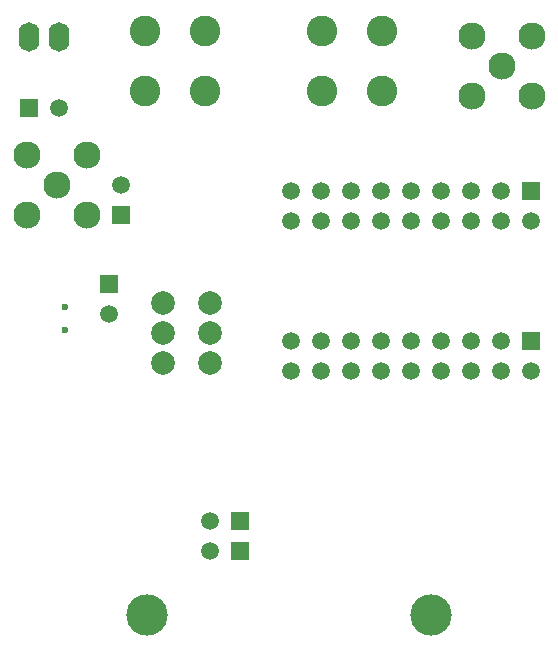
<source format=gbs>
G04*
G04 #@! TF.GenerationSoftware,Altium Limited,Altium Designer,25.0.2 (28)*
G04*
G04 Layer_Color=16711935*
%FSLAX44Y44*%
%MOMM*%
G71*
G04*
G04 #@! TF.SameCoordinates,9294F1C2-9D63-464E-A418-A043A43F256C*
G04*
G04*
G04 #@! TF.FilePolarity,Negative*
G04*
G01*
G75*
%ADD22C,3.5000*%
%ADD23C,2.6000*%
%ADD24C,2.3000*%
%ADD25C,1.5200*%
%ADD26R,1.5200X1.5200*%
%ADD27C,2.0000*%
%ADD28R,1.5200X1.5200*%
%ADD29O,1.7500X2.5000*%
%ADD30C,0.6000*%
D22*
X146402Y41000D02*
D03*
X387000D02*
D03*
D23*
X195400Y484600D02*
D03*
Y535400D02*
D03*
X144600D02*
D03*
Y484600D02*
D03*
X345400D02*
D03*
Y535400D02*
D03*
X294600D02*
D03*
Y484600D02*
D03*
D24*
X44600Y430400D02*
D03*
X95400D02*
D03*
Y379600D02*
D03*
X44600D02*
D03*
X70000Y405000D02*
D03*
X446450Y505500D02*
D03*
X421050Y480100D02*
D03*
X471850D02*
D03*
Y530900D02*
D03*
X421050D02*
D03*
D25*
X71400Y470000D02*
D03*
X471600Y247300D02*
D03*
X446200Y272700D02*
D03*
X420800D02*
D03*
X395400D02*
D03*
X370000D02*
D03*
X344600D02*
D03*
X319200D02*
D03*
X293800D02*
D03*
X446200Y247300D02*
D03*
X420800D02*
D03*
X395400D02*
D03*
X370000D02*
D03*
X344600D02*
D03*
X319200D02*
D03*
X293800D02*
D03*
X268400Y272700D02*
D03*
Y247300D02*
D03*
X471800Y374600D02*
D03*
X446400Y400000D02*
D03*
X421000D02*
D03*
X395600D02*
D03*
X370200D02*
D03*
X344800D02*
D03*
X319400D02*
D03*
X294000D02*
D03*
X446400Y374600D02*
D03*
X421000D02*
D03*
X395600D02*
D03*
X370200D02*
D03*
X344800D02*
D03*
X319400D02*
D03*
X294000D02*
D03*
X268600Y400000D02*
D03*
Y374600D02*
D03*
X113870Y295500D02*
D03*
X200000Y120800D02*
D03*
Y95400D02*
D03*
X124000Y404700D02*
D03*
D26*
X46000Y470000D02*
D03*
X225400Y120800D02*
D03*
Y95400D02*
D03*
D27*
X200000Y280000D02*
D03*
Y305400D02*
D03*
Y254600D02*
D03*
X160000Y280000D02*
D03*
Y305400D02*
D03*
Y254600D02*
D03*
D28*
X471600Y272700D02*
D03*
X471800Y400000D02*
D03*
X113870Y320900D02*
D03*
X124000Y379300D02*
D03*
D29*
X71400Y530000D02*
D03*
X46000D02*
D03*
D30*
X77000Y302000D02*
D03*
Y282000D02*
D03*
M02*

</source>
